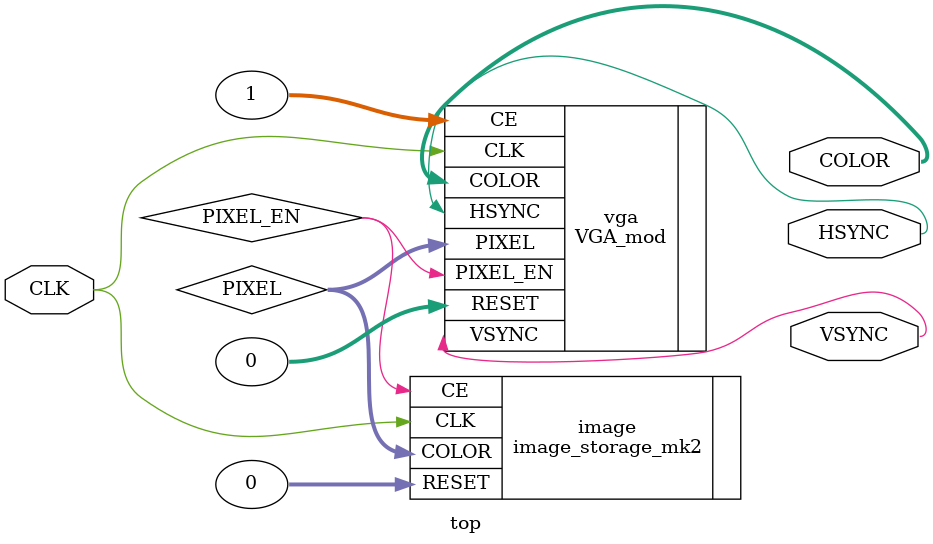
<source format=v>
/*
Top module, highest in hierarchy
Michal Stankiewicz, 18.02.2022
*/

module top
	(
	input CLK,
	output HSYNC,
	output VSYNC,
	output [7:0] COLOR
	);
	
	wire[7:0] PIXEL;
	wire PIXEL_EN;
	
	/*reg [15:0] rst_pipe = 16'hFFFF;
	reg RESET = 1'b1;

	always @ (posedge CLK) {RESET,rst_pipe} <= {rst_pipe,1'b0};*/
	
	VGA_mod vga(.CLK(CLK), .CE(1), .PIXEL(PIXEL), .RESET(0), .HSYNC(HSYNC), .VSYNC(VSYNC), .COLOR(COLOR), .PIXEL_EN(PIXEL_EN));
	
	image_storage_mk2 #(.real_pixels(266), .real_lines(600), .reduced_pixels(19), .reduced_lines(10), .pixel_rep(14), .line_rep(60)) 
	image(.CLK(CLK), .CE(PIXEL_EN), .RESET(0), .COLOR(PIXEL));
	
endmodule
</source>
